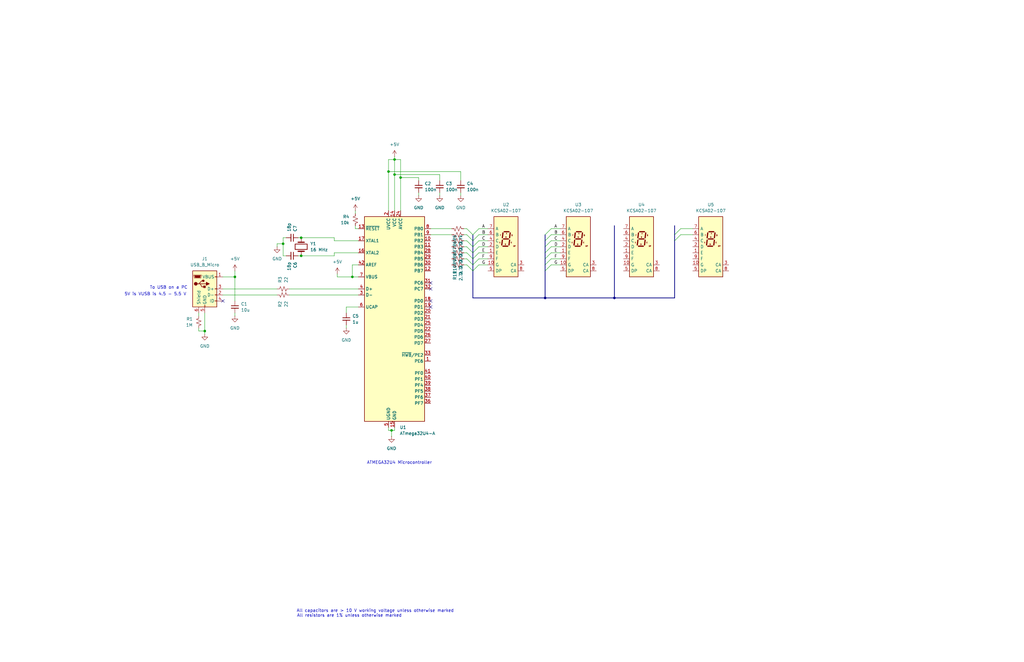
<source format=kicad_sch>
(kicad_sch (version 20231120) (generator "eeschema") (generator_version "8.0")
  (paper "USLedger")
  (title_block (title "Erin's Clock Idea") (date "2024-03-30") (rev "1.0") (company "MicroDogs Inc LLC Limited"))
  (lib_symbols
    (symbol "Connector:USB_B_Micro" (pin_names (offset 1.016))
      (property "Reference" "J" (at -5.08 11.43 0))
      (property "Value" "USB_B_Micro" (at -5.08 8.89 0))
      (symbol "USB_B_Micro_0_1"
        (rectangle (start -5.08 -7.62) (end 5.08 7.62) (stroke (width 0.254)) (fill (type background)))
        (circle (center -3.81 2.159) (radius 0.635) (stroke (width 0.254)) (fill (type outline)))
        (circle (center -0.635 3.429) (radius 0.381) (stroke (width 0.254)) (fill (type outline)))
        (rectangle (start -0.127 -7.62) (end 0.127 -6.858))
        (polyline (pts (xy -1.905 2.159) (xy 0.635 2.159)) (stroke (width 0.254)))
        (polyline (pts (xy -3.175 2.159) (xy -2.54 2.159) (xy -1.27 3.429) (xy -0.635 3.429)) (stroke (width 0.254)))
        (polyline (pts (xy -2.54 2.159) (xy -1.905 2.159) (xy -1.27 0.889) (xy 0 0.889)) (stroke (width 0.254)))
        (polyline (pts (xy 0.635 2.794) (xy 0.635 1.524) (xy 1.905 2.159) (xy 0.635 2.794)) (stroke (width 0.254)) (fill (type outline)))
        (polyline (pts (xy -4.318 5.588) (xy -1.778 5.588) (xy -2.032 4.826) (xy -4.064 4.826) (xy -4.318 5.588)) (fill (type outline)))
        (polyline (pts (xy -4.699 5.842) (xy -4.699 5.588) (xy -4.445 4.826) (xy -4.445 4.572) (xy -1.651 4.572) (xy -1.651 4.826) (xy -1.397 5.588) (xy -1.397 5.842) (xy -4.699 5.842)))
        (rectangle (start 0.254 1.27) (end -0.508 0.508) (stroke (width 0.254)) (fill (type outline)))
        (rectangle (start 5.08 -5.207) (end 4.318 -4.953))
        (rectangle (start 5.08 -2.667) (end 4.318 -2.413))
        (rectangle (start 5.08 -0.127) (end 4.318 0.127))
        (rectangle (start 5.08 4.953) (end 4.318 5.207))
      )
      (symbol "USB_B_Micro_1_1"
        (pin power_out line (at 7.62 5.08 180) (length 2.54) (name "VBUS") (number "1"))
        (pin bidirectional line (at 7.62 -2.54 180) (length 2.54) (name "D-") (number "2"))
        (pin bidirectional line (at 7.62 0 180) (length 2.54) (name "D+") (number "3"))
        (pin passive line (at 7.62 -5.08 180) (length 2.54) (name "ID") (number "4"))
        (pin power_out line (at 0 -10.16 90) (length 2.54) (name "GND") (number "5"))
        (pin passive line (at -2.54 -10.16 90) (length 2.54) (name "Shield") (number "6"))
      )
    )
    (symbol "Device:C_Small" (pin_numbers hide) (pin_names (offset 0.254) hide)
      (property "Reference" "C" (at 0.254 1.778 0))
      (property "Value" "C_Small" (at 0.254 -2.032 0))
      (symbol "C_Small_0_1"
        (polyline (pts (xy -1.524 -0.508) (xy 1.524 -0.508)) (stroke (width 0.3302)))
        (polyline (pts (xy -1.524 0.508) (xy 1.524 0.508)) (stroke (width 0.3048)))
      )
      (symbol "C_Small_1_1"
        (pin passive line (at 0 2.54 270) (length 2.032) (name "~") (number "1"))
        (pin passive line (at 0 -2.54 90) (length 2.032) (name "~") (number "2"))
      )
    )
    (symbol "Device:Crystal" (pin_numbers hide) (pin_names (offset 1.016) hide)
      (property "Reference" "Y" (at 0 3.81 0))
      (property "Value" "Crystal" (at 0 -3.81 0))
      (symbol "Crystal_0_1"
        (rectangle (start -1.143 2.54) (end 1.143 -2.54) (stroke (width 0.3048)))
        (polyline (pts (xy -2.54 0) (xy -1.905 0)))
        (polyline (pts (xy -1.905 -1.27) (xy -1.905 1.27)) (stroke (width 0.508)))
        (polyline (pts (xy 1.905 -1.27) (xy 1.905 1.27)) (stroke (width 0.508)))
        (polyline (pts (xy 2.54 0) (xy 1.905 0)))
      )
      (symbol "Crystal_1_1"
        (pin passive line (at -3.81 0 0) (length 1.27) (name "1") (number "1"))
        (pin passive line (at 3.81 0 180) (length 1.27) (name "2") (number "2"))
      )
    )
    (symbol "Device:R_Small_US" (pin_numbers hide) (pin_names (offset 0.254) hide)
      (property "Reference" "R" (at 0.762 0.508 0))
      (property "Value" "R_Small_US" (at 0.762 -1.016 0))
      (symbol "R_Small_US_1_1"
        (polyline (pts (xy 0 0) (xy 1.016 -0.381) (xy 0 -0.762) (xy -1.016 -1.143) (xy 0 -1.524)))
        (polyline (pts (xy 0 1.524) (xy 1.016 1.143) (xy 0 0.762) (xy -1.016 0.381) (xy 0 0)))
        (pin passive line (at 0 2.54 270) (length 1.016) (name "~") (number "1"))
        (pin passive line (at 0 -2.54 90) (length 1.016) (name "~") (number "2"))
      )
    )
    (symbol "Display_Character:KCSA02-107" (pin_names (offset 0.635))
      (property "Reference" "U" (at -2.54 13.97 0))
      (property "Value" "KCSA02-107" (at 1.27 13.97 0))
      (symbol "KCSA02-107_0_0"
        (text "A" (at 0.254 5.588 0) (effects (font (size 0.508 0.508))))
        (text "B" (at 2.54 4.826 0) (effects (font (size 0.508 0.508))))
        (text "C" (at 2.286 1.778 0) (effects (font (size 0.508 0.508))))
        (text "D" (at -0.254 1.016 0) (effects (font (size 0.508 0.508))))
        (text "DP" (at 3.556 0.254 0) (effects (font (size 0.508 0.508))))
        (text "E" (at -2.54 1.778 0) (effects (font (size 0.508 0.508))))
        (text "F" (at -2.286 4.826 0) (effects (font (size 0.508 0.508))))
        (text "G" (at 0 4.064 0) (effects (font (size 0.508 0.508))))
      )
      (symbol "KCSA02-107_0_1"
        (rectangle (start -5.08 12.7) (end 5.08 -12.7) (stroke (width 0.254)) (fill (type background)))
        (polyline (pts (xy -1.524 2.794) (xy -1.778 0.762)) (stroke (width 0.508)))
        (polyline (pts (xy -1.27 0.254) (xy 0.762 0.254)) (stroke (width 0.508)))
        (polyline (pts (xy -1.27 5.842) (xy -1.524 3.81)) (stroke (width 0.508)))
        (polyline (pts (xy -1.016 3.302) (xy 1.016 3.302)) (stroke (width 0.508)))
        (polyline (pts (xy -0.762 6.35) (xy 1.27 6.35)) (stroke (width 0.508)))
        (polyline (pts (xy 1.524 2.794) (xy 1.27 0.762)) (stroke (width 0.508)))
        (polyline (pts (xy 1.778 5.842) (xy 1.524 3.81)) (stroke (width 0.508)))
        (polyline (pts (xy 2.54 0.254) (xy 2.54 0.254)) (stroke (width 0.508)))
      )
      (symbol "KCSA02-107_1_1"
        (pin input line (at -7.62 -2.54 0) (length 2.54) (name "E") (number "1"))
        (pin input line (at -7.62 -7.62 0) (length 2.54) (name "G") (number "10"))
        (pin input line (at -7.62 0 0) (length 2.54) (name "D") (number "2"))
        (pin input line (at 7.62 -7.62 180) (length 2.54) (name "CA") (number "3"))
        (pin input line (at -7.62 2.54 0) (length 2.54) (name "C") (number "4"))
        (pin input line (at -7.62 -10.16 0) (length 2.54) (name "DP") (number "5"))
        (pin input line (at -7.62 5.08 0) (length 2.54) (name "B") (number "6"))
        (pin input line (at -7.62 7.62 0) (length 2.54) (name "A") (number "7"))
        (pin input line (at 7.62 -10.16 180) (length 2.54) (name "CA") (number "8"))
        (pin input line (at -7.62 -5.08 0) (length 2.54) (name "F") (number "9"))
      )
    )
    (symbol "MCU_Microchip_ATmega:ATmega32U4-A"
      (property "Reference" "U" (at -12.7 44.45 0))
      (property "Value" "ATmega32U4-A" (at 2.54 -44.45 0))
      (symbol "ATmega32U4-A_0_1"
        (rectangle (start -12.7 -43.18) (end 12.7 43.18) (stroke (width 0.254)) (fill (type background)))
      )
      (symbol "ATmega32U4-A_1_1"
        (pin bidirectional line (at 15.24 -17.78 180) (length 2.54) (name "PE6") (number "1"))
        (pin bidirectional line (at 15.24 33.02 180) (length 2.54) (name "PB2") (number "10"))
        (pin bidirectional line (at 15.24 30.48 180) (length 2.54) (name "PB3") (number "11"))
        (pin bidirectional line (at 15.24 20.32 180) (length 2.54) (name "PB7") (number "12"))
        (pin input line (at -15.24 38.1 0) (length 2.54) (name "~{RESET}") (number "13"))
        (pin power_in line (at 0 45.72 270) (length 2.54) (name "VCC") (number "14"))
        (pin power_in line (at 0 -45.72 90) (length 2.54) (name "GND") (number "15"))
        (pin output line (at -15.24 27.94 0) (length 2.54) (name "XTAL2") (number "16"))
        (pin input line (at -15.24 33.02 0) (length 2.54) (name "XTAL1") (number "17"))
        (pin bidirectional line (at 15.24 7.62 180) (length 2.54) (name "PD0") (number "18"))
        (pin bidirectional line (at 15.24 5.08 180) (length 2.54) (name "PD1") (number "19"))
        (pin power_in line (at -2.54 45.72 270) (length 2.54) (name "UVCC") (number "2"))
        (pin bidirectional line (at 15.24 2.54 180) (length 2.54) (name "PD2") (number "20"))
        (pin bidirectional line (at 15.24 0 180) (length 2.54) (name "PD3") (number "21"))
        (pin bidirectional line (at 15.24 -5.08 180) (length 2.54) (name "PD5") (number "22"))
        (pin passive line (at 0 -45.72 90) (length 2.54) hide (name "GND") (number "23"))
        (pin power_in line (at 2.54 45.72 270) (length 2.54) (name "AVCC") (number "24"))
        (pin bidirectional line (at 15.24 -2.54 180) (length 2.54) (name "PD4") (number "25"))
        (pin bidirectional line (at 15.24 -7.62 180) (length 2.54) (name "PD6") (number "26"))
        (pin bidirectional line (at 15.24 -10.16 180) (length 2.54) (name "PD7") (number "27"))
        (pin bidirectional line (at 15.24 27.94 180) (length 2.54) (name "PB4") (number "28"))
        (pin bidirectional line (at 15.24 25.4 180) (length 2.54) (name "PB5") (number "29"))
        (pin bidirectional line (at -15.24 10.16 0) (length 2.54) (name "D-") (number "3"))
        (pin bidirectional line (at 15.24 22.86 180) (length 2.54) (name "PB6") (number "30"))
        (pin bidirectional line (at 15.24 15.24 180) (length 2.54) (name "PC6") (number "31"))
        (pin bidirectional line (at 15.24 12.7 180) (length 2.54) (name "PC7") (number "32"))
        (pin bidirectional line (at 15.24 -15.24 180) (length 2.54) (name "~{HWB}/PE2") (number "33"))
        (pin passive line (at 0 45.72 270) (length 2.54) hide (name "VCC") (number "34"))
        (pin passive line (at 0 -45.72 90) (length 2.54) hide (name "GND") (number "35"))
        (pin bidirectional line (at 15.24 -35.56 180) (length 2.54) (name "PF7") (number "36"))
        (pin bidirectional line (at 15.24 -33.02 180) (length 2.54) (name "PF6") (number "37"))
        (pin bidirectional line (at 15.24 -30.48 180) (length 2.54) (name "PF5") (number "38"))
        (pin bidirectional line (at 15.24 -27.94 180) (length 2.54) (name "PF4") (number "39"))
        (pin bidirectional line (at -15.24 12.7 0) (length 2.54) (name "D+") (number "4"))
        (pin bidirectional line (at 15.24 -25.4 180) (length 2.54) (name "PF1") (number "40"))
        (pin bidirectional line (at 15.24 -22.86 180) (length 2.54) (name "PF0") (number "41"))
        (pin passive line (at -15.24 22.86 0) (length 2.54) (name "AREF") (number "42"))
        (pin passive line (at 0 -45.72 90) (length 2.54) hide (name "GND") (number "43"))
        (pin passive line (at 2.54 45.72 270) (length 2.54) hide (name "AVCC") (number "44"))
        (pin passive line (at -2.54 -45.72 90) (length 2.54) (name "UGND") (number "5"))
        (pin passive line (at -15.24 5.08 0) (length 2.54) (name "UCAP") (number "6"))
        (pin input line (at -15.24 17.78 0) (length 2.54) (name "VBUS") (number "7"))
        (pin bidirectional line (at 15.24 38.1 180) (length 2.54) (name "PB0") (number "8"))
        (pin bidirectional line (at 15.24 35.56 180) (length 2.54) (name "PB1") (number "9"))
      )
    )
    (symbol "power:+5V" (power) (pin_numbers hide) (pin_names (offset 0) hide)
      (property "Value" "+5V" (at 0 3.556 0))
      (symbol "+5V_0_1"
        (polyline (pts (xy -0.762 1.27) (xy 0 2.54)))
        (polyline (pts (xy 0 0) (xy 0 2.54)))
        (polyline (pts (xy 0 2.54) (xy 0.762 1.27)))
      )
      (symbol "+5V_1_1"
        (pin power_in line (at 0 0 90) (length 0) (name "~") (number "1"))
      )
    )
    (symbol "power:GND" (power) (pin_numbers hide) (pin_names (offset 0) hide)
      (property "Value" "GND" (at 0 -3.81 0))
      (symbol "GND_0_1"
        (polyline (pts (xy 0 0) (xy 0 -1.27) (xy 1.27 -1.27) (xy 0 -2.54) (xy -1.27 -1.27) (xy 0 -1.27)))
      )
      (symbol "GND_1_1"
        (pin power_in line (at 0 0 270) (length 0) (name "~") (number "1"))
      )
    )
  )
  (junction (at 127 100.33))
  (junction (at 86.36 139.7))
  (junction (at 163.83 72.39))
  (junction (at 165.1 181.61))
  (junction (at 148.59 116.84))
  (junction (at 229.87 125.73))
  (junction (at 127 107.95))
  (junction (at 166.37 73.66))
  (junction (at 259.08 125.73))
  (junction (at 168.91 74.93))
  (junction (at 99.06 116.84))
  (junction (at 119.38 102.87))
  (junction (at 166.37 67.31))
  (no_connect (at 181.61 127))
  (no_connect (at 181.61 129.54))
  (no_connect (at 181.61 119.38))
  (no_connect (at 181.61 121.92))
  (no_connect (at 93.98 127))
  (bus_entry (at 201.93 101.6) (size -2.54 2.54))
  (bus_entry (at 201.93 96.52) (size -2.54 2.54))
  (bus_entry (at 196.85 99.06) (size 2.54 2.54))
  (bus_entry (at 287.02 99.06) (size -2.54 2.54))
  (bus_entry (at 287.02 96.52) (size -2.54 2.54))
  (bus_entry (at 196.85 101.6) (size 2.54 2.54))
  (bus_entry (at 232.41 111.76) (size -2.54 2.54))
  (bus_entry (at 201.93 111.76) (size -2.54 2.54))
  (bus_entry (at 196.85 96.52) (size 2.54 2.54))
  (bus_entry (at 232.41 96.52) (size -2.54 2.54))
  (bus_entry (at 201.93 99.06) (size -2.54 2.54))
  (bus_entry (at 196.85 111.76) (size 2.54 2.54))
  (bus_entry (at 232.41 109.22) (size -2.54 2.54))
  (bus_entry (at 232.41 104.14) (size -2.54 2.54))
  (bus_entry (at 196.85 104.14) (size 2.54 2.54))
  (bus_entry (at 201.93 106.68) (size -2.54 2.54))
  (bus_entry (at 232.41 101.6) (size -2.54 2.54))
  (bus_entry (at 196.85 109.22) (size 2.54 2.54))
  (bus_entry (at 201.93 104.14) (size -2.54 2.54))
  (bus_entry (at 196.85 106.68) (size 2.54 2.54))
  (bus_entry (at 232.41 106.68) (size -2.54 2.54))
  (bus_entry (at 232.41 99.06) (size -2.54 2.54))
  (bus_entry (at 201.93 109.22) (size -2.54 2.54))
  (wire (pts (xy 93.98 124.46) (xy 116.84 124.46)))
  (bus (pts (xy 199.39 99.06) (xy 199.39 101.6)))
  (wire (pts (xy 232.41 101.6) (xy 236.22 101.6)))
  (wire (pts (xy 119.38 107.95) (xy 120.65 107.95)))
  (wire (pts (xy 151.13 106.68) (xy 140.97 106.68)))
  (wire (pts (xy 165.1 181.61) (xy 165.1 184.15)))
  (wire (pts (xy 146.05 137.16) (xy 146.05 138.43)))
  (wire (pts (xy 201.93 111.76) (xy 205.74 111.76)))
  (bus (pts (xy 229.87 101.6) (xy 229.87 104.14)))
  (wire (pts (xy 195.58 111.76) (xy 196.85 111.76)))
  (wire (pts (xy 125.73 107.95) (xy 127 107.95)))
  (wire (pts (xy 232.41 106.68) (xy 236.22 106.68)))
  (wire (pts (xy 166.37 73.66) (xy 166.37 88.9)))
  (wire (pts (xy 86.36 140.97) (xy 86.36 139.7)))
  (wire (pts (xy 195.58 99.06) (xy 196.85 99.06)))
  (wire (pts (xy 181.61 96.52) (xy 190.5 96.52)))
  (wire (pts (xy 120.65 100.33) (xy 119.38 100.33)))
  (bus (pts (xy 199.39 106.68) (xy 199.39 109.22)))
  (wire (pts (xy 83.82 139.7) (xy 83.82 138.43)))
  (wire (pts (xy 195.58 101.6) (xy 196.85 101.6)))
  (wire (pts (xy 99.06 116.84) (xy 93.98 116.84)))
  (wire (pts (xy 116.84 102.87) (xy 119.38 102.87)))
  (wire (pts (xy 232.41 96.52) (xy 236.22 96.52)))
  (wire (pts (xy 99.06 132.08) (xy 99.06 133.35)))
  (wire (pts (xy 121.92 121.92) (xy 151.13 121.92)))
  (wire (pts (xy 142.24 115.57) (xy 142.24 116.84)))
  (wire (pts (xy 140.97 107.95) (xy 140.97 106.68)))
  (bus (pts (xy 229.87 125.73) (xy 259.08 125.73)))
  (bus (pts (xy 229.87 109.22) (xy 229.87 111.76)))
  (wire (pts (xy 83.82 133.35) (xy 83.82 132.08)))
  (wire (pts (xy 194.31 72.39) (xy 194.31 76.2)))
  (wire (pts (xy 127 100.33) (xy 140.97 100.33)))
  (wire (pts (xy 116.84 104.14) (xy 116.84 102.87)))
  (wire (pts (xy 232.41 104.14) (xy 236.22 104.14)))
  (wire (pts (xy 166.37 67.31) (xy 166.37 73.66)))
  (wire (pts (xy 151.13 101.6) (xy 140.97 101.6)))
  (wire (pts (xy 163.83 67.31) (xy 166.37 67.31)))
  (wire (pts (xy 287.02 99.06) (xy 292.1 99.06)))
  (wire (pts (xy 166.37 181.61) (xy 165.1 181.61)))
  (wire (pts (xy 142.24 116.84) (xy 148.59 116.84)))
  (wire (pts (xy 176.53 81.28) (xy 176.53 82.55)))
  (wire (pts (xy 232.41 109.22) (xy 236.22 109.22)))
  (wire (pts (xy 166.37 67.31) (xy 168.91 67.31)))
  (wire (pts (xy 195.58 109.22) (xy 196.85 109.22)))
  (wire (pts (xy 119.38 102.87) (xy 119.38 107.95)))
  (bus (pts (xy 259.08 95.25) (xy 259.08 125.73)))
  (wire (pts (xy 168.91 74.93) (xy 168.91 67.31)))
  (bus (pts (xy 199.39 109.22) (xy 199.39 111.76)))
  (wire (pts (xy 232.41 99.06) (xy 236.22 99.06)))
  (wire (pts (xy 168.91 74.93) (xy 168.91 88.9)))
  (wire (pts (xy 163.83 180.34) (xy 163.83 181.61)))
  (wire (pts (xy 163.83 72.39) (xy 163.83 88.9)))
  (bus (pts (xy 199.39 125.73) (xy 229.87 125.73)))
  (bus (pts (xy 284.48 101.6) (xy 284.48 125.73)))
  (wire (pts (xy 83.82 139.7) (xy 86.36 139.7)))
  (wire (pts (xy 166.37 180.34) (xy 166.37 181.61)))
  (wire (pts (xy 140.97 101.6) (xy 140.97 100.33)))
  (wire (pts (xy 176.53 74.93) (xy 168.91 74.93)))
  (wire (pts (xy 232.41 111.76) (xy 236.22 111.76)))
  (bus (pts (xy 199.39 111.76) (xy 199.39 114.3)))
  (wire (pts (xy 121.92 124.46) (xy 151.13 124.46)))
  (bus (pts (xy 229.87 106.68) (xy 229.87 109.22)))
  (wire (pts (xy 166.37 66.04) (xy 166.37 67.31)))
  (wire (pts (xy 149.86 95.25) (xy 149.86 96.52)))
  (wire (pts (xy 148.59 111.76) (xy 148.59 116.84)))
  (wire (pts (xy 151.13 129.54) (xy 146.05 129.54)))
  (bus (pts (xy 259.08 125.73) (xy 284.48 125.73)))
  (bus (pts (xy 284.48 99.06) (xy 284.48 101.6)))
  (wire (pts (xy 93.98 121.92) (xy 116.84 121.92)))
  (wire (pts (xy 127 107.95) (xy 140.97 107.95)))
  (wire (pts (xy 99.06 127) (xy 99.06 116.84)))
  (wire (pts (xy 149.86 88.9) (xy 149.86 90.17)))
  (wire (pts (xy 149.86 96.52) (xy 151.13 96.52)))
  (wire (pts (xy 195.58 96.52) (xy 196.85 96.52)))
  (wire (pts (xy 201.93 106.68) (xy 205.74 106.68)))
  (wire (pts (xy 99.06 114.3) (xy 99.06 116.84)))
  (wire (pts (xy 163.83 72.39) (xy 194.31 72.39)))
  (wire (pts (xy 148.59 116.84) (xy 151.13 116.84)))
  (wire (pts (xy 194.31 81.28) (xy 194.31 82.55)))
  (wire (pts (xy 185.42 81.28) (xy 185.42 82.55)))
  (bus (pts (xy 229.87 104.14) (xy 229.87 106.68)))
  (wire (pts (xy 195.58 106.68) (xy 196.85 106.68)))
  (wire (pts (xy 166.37 73.66) (xy 185.42 73.66)))
  (wire (pts (xy 195.58 104.14) (xy 196.85 104.14)))
  (wire (pts (xy 201.93 96.52) (xy 205.74 96.52)))
  (bus (pts (xy 199.39 104.14) (xy 199.39 106.68)))
  (bus (pts (xy 199.39 114.3) (xy 199.39 125.73)))
  (bus (pts (xy 284.48 95.25) (xy 284.48 99.06)))
  (wire (pts (xy 201.93 99.06) (xy 205.74 99.06)))
  (wire (pts (xy 201.93 109.22) (xy 205.74 109.22)))
  (wire (pts (xy 287.02 96.52) (xy 292.1 96.52)))
  (wire (pts (xy 125.73 100.33) (xy 127 100.33)))
  (wire (pts (xy 181.61 99.06) (xy 190.5 99.06)))
  (bus (pts (xy 199.39 101.6) (xy 199.39 104.14)))
  (wire (pts (xy 151.13 111.76) (xy 148.59 111.76)))
  (bus (pts (xy 229.87 114.3) (xy 229.87 125.73)))
  (wire (pts (xy 146.05 129.54) (xy 146.05 132.08)))
  (bus (pts (xy 229.87 111.76) (xy 229.87 114.3)))
  (wire (pts (xy 163.83 181.61) (xy 165.1 181.61)))
  (wire (pts (xy 176.53 76.2) (xy 176.53 74.93)))
  (bus (pts (xy 229.87 99.06) (xy 229.87 101.6)))
  (wire (pts (xy 86.36 132.08) (xy 86.36 139.7)))
  (wire (pts (xy 185.42 73.66) (xy 185.42 76.2)))
  (wire (pts (xy 201.93 101.6) (xy 205.74 101.6)))
  (wire (pts (xy 119.38 100.33) (xy 119.38 102.87)))
  (wire (pts (xy 201.93 104.14) (xy 205.74 104.14)))
  (wire (pts (xy 163.83 72.39) (xy 163.83 67.31)))
  (text "5V is VUSB is 4.5 - 5.5 V" (at 65.532 124.206 0) (effects (font (size 1.27 1.27))))
  (text "To USB on a PC" (at 71.12 121.412 0) (effects (font (size 1.27 1.27))))
  (text "ATMEGA32U4 Microcontroller " (at 168.91 195.326 0) (effects (font (size 1.27 1.27))))
  (text "All capacitors are > 10 V working voltage unless otherwise marked" (at 158.242 257.81 0) (effects (font (size 1.27 1.27))))
  (text "All resistors are 1% unless otherwise marked\n" (at 147.32 259.842 0) (effects (font (size 1.27 1.27))))
  (label "F" (at 233.68 109.22 0))
  (label "G" (at 203.2 111.76 0))
  (label "B" (at 233.68 99.06 0))
  (label "D" (at 203.2 104.14 0))
  (label "A" (at 233.68 96.52 0))
  (label "E" (at 233.68 106.68 0))
  (label "B" (at 203.2 99.06 0))
  (label "D" (at 233.68 104.14 0))
  (label "C" (at 233.68 101.6 0))
  (label "A" (at 203.2 96.52 0))
  (label "C" (at 203.2 101.6 0))
  (label "G" (at 233.68 111.76 0))
  (label "E" (at 203.2 106.68 0))
  (label "F" (at 203.2 109.22 0))
  (symbol (lib_id "Device:R_Small_US") (at 119.38 121.92 90) (unit 1)
    (property "Reference" "R3" (at 118.1099 119.38 0) (effects (justify left)))
    (property "Value" "22" (at 120.6499 119.38 0) (effects (justify left)))
    (property "Footprint" "Resistor_SMD:R_0805_2012Metric" (effects (hide yes)))
    (property "Description" "Resistor, small US symbol" (effects (hide yes)))
  )
  (symbol (lib_id "Device:C_Small") (at 176.53 78.74 0) (unit 1)
    (property "Reference" "C2" (at 179.07 77.4762 0) (effects (justify left)))
    (property "Value" "100n" (at 179.07 80.0162 0) (effects (justify left)))
    (property "Footprint" "Capacitor_SMD:C_0805_2012Metric" (effects (hide yes)))
    (property "Description" "Unpolarized capacitor, small symbol" (effects (hide yes)))
  )
  (symbol (lib_id "Device:R_Small_US") (at 193.04 111.76 90) (mirror x) (unit 1)
    (property "Reference" "R11" (at 191.7699 114.3 0) (effects (justify left)))
    (property "Value" "2.7k" (at 194.3099 114.3 0) (effects (justify left)))
    (property "Footprint" "Resistor_SMD:R_0805_2012Metric" (effects (hide yes)))
    (property "Description" "Resistor, small US symbol" (effects (hide yes)))
  )
  (symbol (lib_id "power:GND") (at 86.36 140.97 0) (unit 1)
    (property "Reference" "#PWR02" (effects (hide yes)))
    (property "Value" "GND" (at 86.36 146.05 0))
    (property "Description" "Power symbol creates a global label with name \"GND\" , ground" (effects (hide yes)))
  )
  (symbol (lib_id "Device:R_Small_US") (at 193.04 104.14 90) (mirror x) (unit 1)
    (property "Reference" "R8" (at 191.7699 106.68 0) (effects (justify left)))
    (property "Value" "2.7k" (at 194.3099 106.68 0) (effects (justify left)))
    (property "Footprint" "Resistor_SMD:R_0805_2012Metric" (effects (hide yes)))
    (property "Description" "Resistor, small US symbol" (effects (hide yes)))
  )
  (symbol (lib_id "power:GND") (at 99.06 133.35 0) (unit 1)
    (property "Reference" "#PWR05" (effects (hide yes)))
    (property "Value" "GND" (at 99.06 138.43 0))
    (property "Description" "Power symbol creates a global label with name \"GND\" , ground" (effects (hide yes)))
  )
  (symbol (lib_id "Display_Character:KCSA02-107") (at 243.84 104.14 0) (unit 1)
    (property "Reference" "U3" (at 243.84 86.36 0))
    (property "Value" "KCSA02-107" (at 243.84 88.9 0))
    (property "Footprint" "Display_7Segment:KCSC02-107" (effects (hide yes)))
    (property "Datasheet" "http://www.kingbright.com/attachments/file/psearch/000/00/00/KCSA02-107(Ver.10A).pdf" (effects (hide yes)))
    (property "Description" "One digit 7 segment super bright orange LED, common anode" (effects (hide yes)))
  )
  (symbol (lib_id "power:GND") (at 165.1 184.15 0) (unit 1)
    (property "Reference" "#PWR03" (effects (hide yes)))
    (property "Value" "GND" (at 165.1 189.23 0))
    (property "Description" "Power symbol creates a global label with name \"GND\" , ground" (effects (hide yes)))
  )
  (symbol (lib_id "Connector:USB_B_Micro") (at 86.36 121.92 0) (unit 1)
    (property "Reference" "J1" (at 86.36 109.22 0))
    (property "Value" "USB_B_Micro" (at 86.36 111.76 0))
    (property "Footprint" "Connector_USB:USB_Micro-B_GCT_USB3076-30-A" (effects (hide yes)))
    (property "Description" "USB Micro Type B connector" (effects (hide yes)))
  )
  (symbol (lib_id "Device:C_Small") (at 146.05 134.62 0) (unit 1)
    (property "Reference" "C5" (at 148.59 133.3562 0) (effects (justify left)))
    (property "Value" "1u" (at 148.59 135.8962 0) (effects (justify left)))
    (property "Footprint" "Capacitor_SMD:C_0805_2012Metric" (effects (hide yes)))
    (property "Description" "Unpolarized capacitor, small symbol" (effects (hide yes)))
  )
  (symbol (lib_id "power:+5V") (at 166.37 66.04 0) (unit 1)
    (property "Reference" "#PWR04" (effects (hide yes)))
    (property "Value" "+5V" (at 166.37 60.96 0))
    (property "Description" "Power symbol creates a global label with name \"+5V\"" (effects (hide yes)))
  )
  (symbol (lib_id "Device:C_Small") (at 99.06 129.54 0) (unit 1)
    (property "Reference" "C1" (at 101.6 128.2762 0) (effects (justify left)))
    (property "Value" "10u" (at 101.6 130.8162 0) (effects (justify left)))
    (property "Footprint" "Capacitor_SMD:C_0805_2012Metric" (effects (hide yes)))
    (property "Description" "Unpolarized capacitor, small symbol" (effects (hide yes)))
  )
  (symbol (lib_id "Device:R_Small_US") (at 149.86 92.71 0) (mirror y) (unit 1)
    (property "Reference" "R4" (at 147.32 91.4399 0) (effects (justify left)))
    (property "Value" "10k" (at 147.32 93.9799 0) (effects (justify left)))
    (property "Footprint" "Resistor_SMD:R_0805_2012Metric" (effects (hide yes)))
    (property "Description" "Resistor, small US symbol" (effects (hide yes)))
  )
  (symbol (lib_id "MCU_Microchip_ATmega:ATmega32U4-A") (at 166.37 134.62 0) (unit 1)
    (property "Reference" "U1" (at 168.5641 180.34 0) (effects (justify left)))
    (property "Value" "ATmega32U4-A" (at 168.5641 182.88 0) (effects (justify left)))
    (property "Footprint" "Package_QFP:TQFP-44_10x10mm_P0.8mm" (effects (hide yes)))
    (property "Datasheet" "http://ww1.microchip.com/downloads/en/DeviceDoc/Atmel-7766-8-bit-AVR-ATmega16U4-32U4_Datasheet.pdf" (effects (hide yes)))
    (property "Description" "16MHz, 32kB Flash, 2.5kB SRAM, 1kB EEPROM, USB 2.0, TQFP-44" (effects (hide yes)))
  )
  (symbol (lib_id "power:+5V") (at 149.86 88.9 0) (unit 1)
    (property "Reference" "#PWR011" (effects (hide yes)))
    (property "Value" "+5V" (at 149.86 83.82 0))
    (property "Description" "Power symbol creates a global label with name \"+5V\"" (effects (hide yes)))
  )
  (symbol (lib_id "Device:R_Small_US") (at 193.04 109.22 90) (mirror x) (unit 1)
    (property "Reference" "R10" (at 191.7699 111.76 0) (effects (justify left)))
    (property "Value" "2.7k" (at 194.3099 111.76 0) (effects (justify left)))
    (property "Footprint" "Resistor_SMD:R_0805_2012Metric" (effects (hide yes)))
    (property "Description" "Resistor, small US symbol" (effects (hide yes)))
  )
  (symbol (lib_id "Display_Character:KCSA02-107") (at 299.72 104.14 0) (unit 1)
    (property "Reference" "U5" (at 299.72 86.36 0))
    (property "Value" "KCSA02-107" (at 299.72 88.9 0))
    (property "Footprint" "Display_7Segment:KCSC02-107" (effects (hide yes)))
    (property "Datasheet" "http://www.kingbright.com/attachments/file/psearch/000/00/00/KCSA02-107(Ver.10A).pdf" (effects (hide yes)))
    (property "Description" "One digit 7 segment super bright orange LED, common anode" (effects (hide yes)))
  )
  (symbol (lib_id "Device:R_Small_US") (at 193.04 106.68 90) (mirror x) (unit 1)
    (property "Reference" "R9" (at 191.7699 109.22 0) (effects (justify left)))
    (property "Value" "2.7k" (at 194.3099 109.22 0) (effects (justify left)))
    (property "Footprint" "Resistor_SMD:R_0805_2012Metric" (effects (hide yes)))
    (property "Description" "Resistor, small US symbol" (effects (hide yes)))
  )
  (symbol (lib_id "Device:Crystal") (at 127 104.14 270) (mirror x) (unit 1)
    (property "Reference" "Y1" (at 130.81 102.8699 90) (effects (justify left)))
    (property "Value" "16 MHz" (at 130.81 105.4099 90) (effects (justify left)))
    (property "Footprint" "Crystal:Crystal_SMD_2012-2Pin_2.0x1.2mm" (effects (hide yes)))
    (property "Description" "Two pin crystal" (effects (hide yes)))
  )
  (symbol (lib_id "power:GND") (at 146.05 138.43 0) (unit 1)
    (property "Reference" "#PWR010" (effects (hide yes)))
    (property "Value" "GND" (at 146.05 143.51 0))
    (property "Description" "Power symbol creates a global label with name \"GND\" , ground" (effects (hide yes)))
  )
  (symbol (lib_id "Device:R_Small_US") (at 119.38 124.46 90) (mirror x) (unit 1)
    (property "Reference" "R2" (at 118.1099 127 0) (effects (justify left)))
    (property "Value" "22" (at 120.6499 127 0) (effects (justify left)))
    (property "Footprint" "Resistor_SMD:R_0805_2012Metric" (effects (hide yes)))
    (property "Description" "Resistor, small US symbol" (effects (hide yes)))
  )
  (symbol (lib_id "Device:R_Small_US") (at 83.82 135.89 0) (mirror y) (unit 1)
    (property "Reference" "R1" (at 81.28 134.6199 0) (effects (justify left)))
    (property "Value" "1M" (at 81.28 137.1599 0) (effects (justify left)))
    (property "Footprint" "Resistor_SMD:R_0805_2012Metric" (effects (hide yes)))
    (property "Description" "Resistor, small US symbol" (effects (hide yes)))
  )
  (symbol (lib_id "Display_Character:KCSA02-107") (at 270.51 104.14 0) (unit 1)
    (property "Reference" "U4" (at 270.51 86.36 0))
    (property "Value" "KCSA02-107" (at 270.51 88.9 0))
    (property "Footprint" "Display_7Segment:KCSC02-107" (effects (hide yes)))
    (property "Datasheet" "http://www.kingbright.com/attachments/file/psearch/000/00/00/KCSA02-107(Ver.10A).pdf" (effects (hide yes)))
    (property "Description" "One digit 7 segment super bright orange LED, common anode" (effects (hide yes)))
  )
  (symbol (lib_id "power:GND") (at 194.31 82.55 0) (unit 1)
    (property "Reference" "#PWR08" (effects (hide yes)))
    (property "Value" "GND" (at 194.31 87.63 0))
    (property "Description" "Power symbol creates a global label with name \"GND\" , ground" (effects (hide yes)))
  )
  (symbol (lib_id "Device:C_Small") (at 194.31 78.74 0) (unit 1)
    (property "Reference" "C4" (at 196.85 77.4762 0) (effects (justify left)))
    (property "Value" "100n" (at 196.85 80.0162 0) (effects (justify left)))
    (property "Footprint" "Capacitor_SMD:C_0805_2012Metric" (effects (hide yes)))
    (property "Description" "Unpolarized capacitor, small symbol" (effects (hide yes)))
  )
  (symbol (lib_id "Device:R_Small_US") (at 193.04 101.6 90) (mirror x) (unit 1)
    (property "Reference" "R7" (at 191.7699 104.14 0) (effects (justify left)))
    (property "Value" "2.7k" (at 194.3099 104.14 0) (effects (justify left)))
    (property "Footprint" "Resistor_SMD:R_0805_2012Metric" (effects (hide yes)))
    (property "Description" "Resistor, small US symbol" (effects (hide yes)))
  )
  (symbol (lib_id "power:+5V") (at 99.06 114.3 0) (unit 1)
    (property "Reference" "#PWR01" (effects (hide yes)))
    (property "Value" "+5V" (at 99.06 109.22 0))
    (property "Description" "Power symbol creates a global label with name \"+5V\"" (effects (hide yes)))
  )
  (symbol (lib_id "power:+5V") (at 142.24 115.57 0) (unit 1)
    (property "Reference" "#PWR09" (effects (hide yes)))
    (property "Value" "+5V" (at 142.24 110.49 0))
    (property "Description" "Power symbol creates a global label with name \"+5V\"" (effects (hide yes)))
  )
  (symbol (lib_id "power:GND") (at 176.53 82.55 0) (unit 1)
    (property "Reference" "#PWR06" (effects (hide yes)))
    (property "Value" "GND" (at 176.53 87.63 0))
    (property "Description" "Power symbol creates a global label with name \"GND\" , ground" (effects (hide yes)))
  )
  (symbol (lib_id "Device:C_Small") (at 123.19 107.95 270) (unit 1)
    (property "Reference" "C6" (at 124.4538 110.49 0) (effects (justify left)))
    (property "Value" "18p" (at 121.9138 110.49 0) (effects (justify left)))
    (property "Footprint" "Capacitor_SMD:C_0805_2012Metric" (effects (hide yes)))
    (property "Description" "Unpolarized capacitor, small symbol" (effects (hide yes)))
  )
  (symbol (lib_id "Device:C_Small") (at 185.42 78.74 0) (unit 1)
    (property "Reference" "C3" (at 187.96 77.4762 0) (effects (justify left)))
    (property "Value" "100n" (at 187.96 80.0162 0) (effects (justify left)))
    (property "Footprint" "Capacitor_SMD:C_0805_2012Metric" (effects (hide yes)))
    (property "Description" "Unpolarized capacitor, small symbol" (effects (hide yes)))
  )
  (symbol (lib_id "power:GND") (at 116.84 104.14 0) (unit 1)
    (property "Reference" "#PWR012" (effects (hide yes)))
    (property "Value" "GND" (at 116.84 109.22 0))
    (property "Description" "Power symbol creates a global label with name \"GND\" , ground" (effects (hide yes)))
  )
  (symbol (lib_id "Device:R_Small_US") (at 193.04 96.52 90) (mirror x) (unit 1)
    (property "Reference" "R5" (at 191.7699 99.06 0) (effects (justify left)))
    (property "Value" "2.7k" (at 194.3099 99.06 0) (effects (justify left)))
    (property "Footprint" "Resistor_SMD:R_0805_2012Metric" (effects (hide yes)))
    (property "Description" "Resistor, small US symbol" (effects (hide yes)))
  )
  (symbol (lib_id "Device:R_Small_US") (at 193.04 99.06 90) (mirror x) (unit 1)
    (property "Reference" "R6" (at 191.7699 101.6 0) (effects (justify left)))
    (property "Value" "2.7k" (at 194.3099 101.6 0) (effects (justify left)))
    (property "Footprint" "Resistor_SMD:R_0805_2012Metric" (effects (hide yes)))
    (property "Description" "Resistor, small US symbol" (effects (hide yes)))
  )
  (symbol (lib_id "power:GND") (at 185.42 82.55 0) (unit 1)
    (property "Reference" "#PWR07" (effects (hide yes)))
    (property "Value" "GND" (at 185.42 87.63 0))
    (property "Description" "Power symbol creates a global label with name \"GND\" , ground" (effects (hide yes)))
  )
  (symbol (lib_id "Device:C_Small") (at 123.19 100.33 270) (mirror x) (unit 1)
    (property "Reference" "C7" (at 124.4538 97.79 0) (effects (justify left)))
    (property "Value" "18p" (at 121.9138 97.79 0) (effects (justify left)))
    (property "Footprint" "Capacitor_SMD:C_0805_2012Metric" (effects (hide yes)))
    (property "Description" "Unpolarized capacitor, small symbol" (effects (hide yes)))
  )
  (symbol (lib_id "Display_Character:KCSA02-107") (at 213.36 104.14 0) (unit 1)
    (property "Reference" "U2" (at 213.36 86.36 0))
    (property "Value" "KCSA02-107" (at 213.36 88.9 0))
    (property "Footprint" "Display_7Segment:KCSC02-107" (effects (hide yes)))
    (property "Datasheet" "http://www.kingbright.com/attachments/file/psearch/000/00/00/KCSA02-107(Ver.10A).pdf" (effects (hide yes)))
    (property "Description" "One digit 7 segment super bright orange LED, common anode" (effects (hide yes)))
  )
)
</source>
